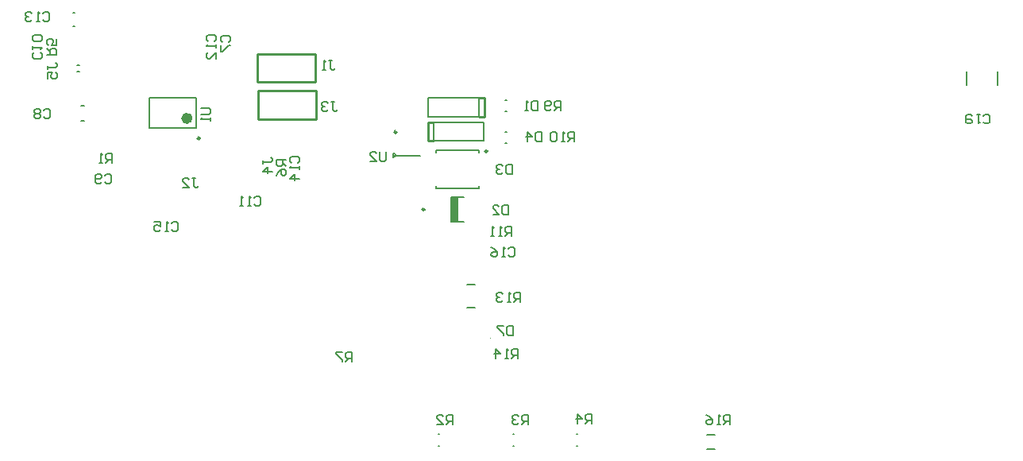
<source format=gbo>
G04 Layer_Color=32896*
%FSLAX24Y24*%
%MOIN*%
G70*
G01*
G75*
%ADD90C,0.0100*%
%ADD91C,0.0079*%
%ADD94C,0.0080*%
%ADD136C,0.0236*%
%ADD137C,0.0098*%
%ADD138C,0.0039*%
%ADD139R,0.0306X0.1024*%
D90*
X60045Y46157D02*
G03*
X60045Y46157I-50J0D01*
G01*
X54230Y46702D02*
X56680D01*
Y47883D01*
X54230D02*
X56680D01*
X54230Y46702D02*
Y47883D01*
X54194Y48265D02*
X56644D01*
Y49446D01*
X54194D02*
X56644D01*
X54194Y48265D02*
Y49446D01*
X61358Y46578D02*
X61589D01*
X61352Y46571D02*
X61358Y46578D01*
X61352Y45784D02*
Y46571D01*
Y45784D02*
X61358Y45790D01*
X61589D01*
X63484Y46801D02*
X63714D01*
X63721Y46807D01*
Y47595D01*
X63714Y47588D02*
X63721Y47595D01*
X63484Y47588D02*
X63714D01*
D91*
X59908Y45082D02*
G03*
X59908Y45269I0J93D01*
G01*
Y45171D02*
X61030D01*
Y45179D01*
X59908D02*
X61030D01*
X59908Y45082D02*
Y45179D01*
Y45171D02*
Y45269D01*
X49668Y46343D02*
Y47603D01*
X51637Y46343D02*
Y47603D01*
X49668D02*
X51637D01*
X49668Y46343D02*
X51637D01*
X73051Y32864D02*
X73406D01*
X73051Y33474D02*
X73406D01*
X63003Y38793D02*
X63318D01*
X63003Y39758D02*
X63318D01*
X64615Y46157D02*
X64654D01*
X64615Y45684D02*
X64654D01*
X64615Y47486D02*
X64654D01*
X64615Y47014D02*
X64654D01*
X67598Y33484D02*
X67638D01*
X67598Y33012D02*
X67638D01*
X64941Y33484D02*
X64980D01*
X64941Y33012D02*
X64980D01*
X61791Y33484D02*
X61831D01*
X61791Y33012D02*
X61831D01*
X46648Y48707D02*
X46727D01*
X46648Y48963D02*
X46727D01*
X63715Y45790D02*
Y46184D01*
X61589Y45790D02*
X63715D01*
X61589D02*
Y46578D01*
X63715D01*
Y46184D02*
Y46578D01*
X61702Y43810D02*
Y43900D01*
X63513Y43810D02*
Y43900D01*
X61702Y45294D02*
Y45384D01*
X63513Y45294D02*
Y45384D01*
X61702Y43810D02*
X63513D01*
X61702Y45384D02*
X63513D01*
X62332Y42396D02*
X62858D01*
X62332Y42396D02*
X62332Y42396D01*
X62332Y43420D02*
X62858D01*
X62332Y42396D02*
Y43420D01*
X61358Y47195D02*
Y47588D01*
X63484D01*
Y46801D02*
Y47588D01*
X61358Y46801D02*
X63484D01*
X61358D02*
Y47195D01*
X83975Y48118D02*
Y48709D01*
X85274Y48118D02*
Y48709D01*
X46462Y51152D02*
X46541D01*
X46462Y50582D02*
X46541D01*
X46802Y46626D02*
X46920D01*
X46802Y47275D02*
X46920D01*
D94*
X84678Y46580D02*
X84744Y46514D01*
X84878D01*
X84944Y46580D01*
Y46847D01*
X84878Y46913D01*
X84744D01*
X84678Y46847D01*
X84545Y46913D02*
X84411D01*
X84478D01*
Y46514D01*
X84545Y46580D01*
X84211Y46847D02*
X84145Y46913D01*
X84011D01*
X83945Y46847D01*
Y46580D01*
X84011Y46514D01*
X84145D01*
X84211Y46580D01*
Y46647D01*
X84145Y46713D01*
X83945D01*
X52739Y49933D02*
X52672Y49999D01*
Y50132D01*
X52739Y50199D01*
X53006D01*
X53072Y50132D01*
Y49999D01*
X53006Y49933D01*
X52672Y49799D02*
Y49533D01*
X52739D01*
X53006Y49799D01*
X53072D01*
X45246Y47077D02*
X45313Y47143D01*
X45446D01*
X45512Y47077D01*
Y46810D01*
X45446Y46743D01*
X45313D01*
X45246Y46810D01*
X45113Y47077D02*
X45046Y47143D01*
X44913D01*
X44846Y47077D01*
Y47010D01*
X44913Y46943D01*
X44846Y46877D01*
Y46810D01*
X44913Y46743D01*
X45046D01*
X45113Y46810D01*
Y46877D01*
X45046Y46943D01*
X45113Y47010D01*
Y47077D01*
X45046Y46943D02*
X44913D01*
X47792Y44319D02*
X47859Y44385D01*
X47992D01*
X48059Y44319D01*
Y44052D01*
X47992Y43985D01*
X47859D01*
X47792Y44052D01*
X47659D02*
X47592Y43985D01*
X47459D01*
X47392Y44052D01*
Y44319D01*
X47459Y44385D01*
X47592D01*
X47659Y44319D01*
Y44252D01*
X47592Y44185D01*
X47392D01*
X45088Y49499D02*
X45154Y49432D01*
Y49299D01*
X45088Y49232D01*
X44821D01*
X44754Y49299D01*
Y49432D01*
X44821Y49499D01*
X44754Y49632D02*
Y49766D01*
Y49699D01*
X45154D01*
X45088Y49632D01*
Y49966D02*
X45154Y50032D01*
Y50165D01*
X45088Y50232D01*
X44821D01*
X44754Y50165D01*
Y50032D01*
X44821Y49966D01*
X45088D01*
X54061Y43386D02*
X54128Y43453D01*
X54261D01*
X54328Y43386D01*
Y43119D01*
X54261Y43053D01*
X54128D01*
X54061Y43119D01*
X53928Y43053D02*
X53794D01*
X53861D01*
Y43453D01*
X53928Y43386D01*
X53594Y43053D02*
X53461D01*
X53528D01*
Y43453D01*
X53594Y43386D01*
X52132Y49968D02*
X52066Y50035D01*
Y50168D01*
X52132Y50235D01*
X52399D01*
X52466Y50168D01*
Y50035D01*
X52399Y49968D01*
X52466Y49835D02*
Y49702D01*
Y49768D01*
X52066D01*
X52132Y49835D01*
X52466Y49235D02*
Y49502D01*
X52199Y49235D01*
X52132D01*
X52066Y49302D01*
Y49435D01*
X52132Y49502D01*
X45196Y51136D02*
X45263Y51202D01*
X45396D01*
X45463Y51136D01*
Y50869D01*
X45396Y50802D01*
X45263D01*
X45196Y50869D01*
X45063Y50802D02*
X44930D01*
X44996D01*
Y51202D01*
X45063Y51136D01*
X44730D02*
X44663Y51202D01*
X44530D01*
X44463Y51136D01*
Y51069D01*
X44530Y51002D01*
X44597D01*
X44530D01*
X44463Y50936D01*
Y50869D01*
X44530Y50802D01*
X44663D01*
X44730Y50869D01*
X55648Y44864D02*
X55581Y44931D01*
Y45064D01*
X55648Y45131D01*
X55914D01*
X55981Y45064D01*
Y44931D01*
X55914Y44864D01*
X55981Y44731D02*
Y44598D01*
Y44665D01*
X55581D01*
X55648Y44731D01*
X55981Y44198D02*
X55581D01*
X55781Y44398D01*
Y44131D01*
X50593Y42323D02*
X50659Y42390D01*
X50793D01*
X50859Y42323D01*
Y42057D01*
X50793Y41990D01*
X50659D01*
X50593Y42057D01*
X50460Y41990D02*
X50326D01*
X50393D01*
Y42390D01*
X50460Y42323D01*
X49860Y42390D02*
X50126D01*
Y42190D01*
X49993Y42257D01*
X49926D01*
X49860Y42190D01*
Y42057D01*
X49926Y41990D01*
X50060D01*
X50126Y42057D01*
X64750Y41274D02*
X64817Y41340D01*
X64950D01*
X65017Y41274D01*
Y41007D01*
X64950Y40940D01*
X64817D01*
X64750Y41007D01*
X64617Y40940D02*
X64483D01*
X64550D01*
Y41340D01*
X64617Y41274D01*
X64017Y41340D02*
X64150Y41274D01*
X64283Y41140D01*
Y41007D01*
X64217Y40940D01*
X64084D01*
X64017Y41007D01*
Y41074D01*
X64084Y41140D01*
X64283D01*
X65963Y47479D02*
Y47080D01*
X65763D01*
X65697Y47146D01*
Y47413D01*
X65763Y47479D01*
X65963D01*
X65563Y47080D02*
X65430D01*
X65497D01*
Y47479D01*
X65563Y47413D01*
X64750Y43110D02*
Y42710D01*
X64550D01*
X64483Y42777D01*
Y43043D01*
X64550Y43110D01*
X64750D01*
X64084Y42710D02*
X64350D01*
X64084Y42977D01*
Y43043D01*
X64150Y43110D01*
X64283D01*
X64350Y43043D01*
X64900Y44810D02*
Y44410D01*
X64700D01*
X64633Y44477D01*
Y44743D01*
X64700Y44810D01*
X64900D01*
X64500Y44743D02*
X64433Y44810D01*
X64300D01*
X64234Y44743D01*
Y44677D01*
X64300Y44610D01*
X64367D01*
X64300D01*
X64234Y44543D01*
Y44477D01*
X64300Y44410D01*
X64433D01*
X64500Y44477D01*
X66136Y46169D02*
Y45769D01*
X65936D01*
X65869Y45836D01*
Y46103D01*
X65936Y46169D01*
X66136D01*
X65536Y45769D02*
Y46169D01*
X65736Y45969D01*
X65469D01*
X57189Y49168D02*
X57322D01*
X57256D01*
Y48835D01*
X57322Y48768D01*
X57389D01*
X57456Y48835D01*
X57056Y48768D02*
X56923D01*
X56989D01*
Y49168D01*
X57056Y49102D01*
X51471Y44227D02*
X51604D01*
X51538D01*
Y43894D01*
X51604Y43828D01*
X51671D01*
X51738Y43894D01*
X51071Y43828D02*
X51338D01*
X51071Y44094D01*
Y44161D01*
X51138Y44227D01*
X51271D01*
X51338Y44161D01*
X57301Y47417D02*
X57434D01*
X57367D01*
Y47084D01*
X57434Y47017D01*
X57501D01*
X57567Y47084D01*
X57167Y47351D02*
X57101Y47417D01*
X56968D01*
X56901Y47351D01*
Y47284D01*
X56968Y47217D01*
X57034D01*
X56968D01*
X56901Y47151D01*
Y47084D01*
X56968Y47017D01*
X57101D01*
X57167Y47084D01*
X54438Y44820D02*
Y44953D01*
Y44886D01*
X54771D01*
X54837Y44953D01*
Y45020D01*
X54771Y45086D01*
X54837Y44486D02*
X54438D01*
X54637Y44686D01*
Y44420D01*
X45408Y48785D02*
Y48919D01*
Y48852D01*
X45742D01*
X45808Y48919D01*
Y48985D01*
X45742Y49052D01*
X45408Y48386D02*
Y48652D01*
X45608D01*
X45542Y48519D01*
Y48452D01*
X45608Y48386D01*
X45742D01*
X45808Y48452D01*
Y48585D01*
X45742Y48652D01*
X48099Y44875D02*
Y45275D01*
X47899D01*
X47832Y45209D01*
Y45075D01*
X47899Y45009D01*
X48099D01*
X47965D02*
X47832Y44875D01*
X47699D02*
X47566D01*
X47632D01*
Y45275D01*
X47699Y45209D01*
X62414Y33908D02*
Y34308D01*
X62214D01*
X62148Y34241D01*
Y34108D01*
X62214Y34041D01*
X62414D01*
X62281D02*
X62148Y33908D01*
X61748D02*
X62014D01*
X61748Y34174D01*
Y34241D01*
X61815Y34308D01*
X61948D01*
X62014Y34241D01*
X65562Y33910D02*
Y34310D01*
X65362D01*
X65295Y34243D01*
Y34110D01*
X65362Y34043D01*
X65562D01*
X65428D02*
X65295Y33910D01*
X65162Y34243D02*
X65095Y34310D01*
X64962D01*
X64895Y34243D01*
Y34176D01*
X64962Y34110D01*
X65028D01*
X64962D01*
X64895Y34043D01*
Y33976D01*
X64962Y33910D01*
X65095D01*
X65162Y33976D01*
X68220Y33917D02*
Y34316D01*
X68020D01*
X67953Y34250D01*
Y34117D01*
X68020Y34050D01*
X68220D01*
X68087D02*
X67953Y33917D01*
X67620D02*
Y34316D01*
X67820Y34117D01*
X67554D01*
X45358Y49407D02*
X45758D01*
Y49607D01*
X45691Y49673D01*
X45558D01*
X45491Y49607D01*
Y49407D01*
Y49540D02*
X45358Y49673D01*
X45758Y50073D02*
Y49807D01*
X45558D01*
X45624Y49940D01*
Y50007D01*
X45558Y50073D01*
X45424D01*
X45358Y50007D01*
Y49873D01*
X45424Y49807D01*
X55392Y45006D02*
X54992D01*
Y44806D01*
X55059Y44740D01*
X55192D01*
X55259Y44806D01*
Y45006D01*
Y44873D02*
X55392Y44740D01*
X54992Y44340D02*
X55059Y44473D01*
X55192Y44606D01*
X55326D01*
X55392Y44540D01*
Y44406D01*
X55326Y44340D01*
X55259D01*
X55192Y44406D01*
Y44606D01*
X58177Y36519D02*
Y36919D01*
X57977D01*
X57911Y36853D01*
Y36719D01*
X57977Y36653D01*
X58177D01*
X58044D02*
X57911Y36519D01*
X57777Y36919D02*
X57511D01*
Y36853D01*
X57777Y36586D01*
Y36519D01*
X66920Y47063D02*
Y47463D01*
X66721D01*
X66654Y47397D01*
Y47263D01*
X66721Y47197D01*
X66920D01*
X66787D02*
X66654Y47063D01*
X66521Y47130D02*
X66454Y47063D01*
X66321D01*
X66254Y47130D01*
Y47397D01*
X66321Y47463D01*
X66454D01*
X66521Y47397D01*
Y47330D01*
X66454Y47263D01*
X66254D01*
X67509Y45751D02*
Y46151D01*
X67309D01*
X67243Y46084D01*
Y45951D01*
X67309Y45884D01*
X67509D01*
X67376D02*
X67243Y45751D01*
X67110D02*
X66976D01*
X67043D01*
Y46151D01*
X67110Y46084D01*
X66776D02*
X66710Y46151D01*
X66576D01*
X66510Y46084D01*
Y45818D01*
X66576Y45751D01*
X66710D01*
X66776Y45818D01*
Y46084D01*
X64865Y41804D02*
Y42204D01*
X64665D01*
X64599Y42137D01*
Y42004D01*
X64665Y41937D01*
X64865D01*
X64732D02*
X64599Y41804D01*
X64466D02*
X64332D01*
X64399D01*
Y42204D01*
X64466Y42137D01*
X64132Y41804D02*
X63999D01*
X64066D01*
Y42204D01*
X64132Y42137D01*
X65219Y39046D02*
Y39446D01*
X65019D01*
X64952Y39380D01*
Y39246D01*
X65019Y39180D01*
X65219D01*
X65086D02*
X64952Y39046D01*
X64819D02*
X64686D01*
X64752D01*
Y39446D01*
X64819Y39380D01*
X64486D02*
X64419Y39446D01*
X64286D01*
X64219Y39380D01*
Y39313D01*
X64286Y39246D01*
X64353D01*
X64286D01*
X64219Y39180D01*
Y39113D01*
X64286Y39046D01*
X64419D01*
X64486Y39113D01*
X65146Y36665D02*
Y37065D01*
X64946D01*
X64879Y36998D01*
Y36865D01*
X64946Y36798D01*
X65146D01*
X65013D02*
X64879Y36665D01*
X64746D02*
X64613D01*
X64679D01*
Y37065D01*
X64746Y36998D01*
X64213Y36665D02*
Y37065D01*
X64413Y36865D01*
X64146D01*
X74045Y33910D02*
Y34310D01*
X73845D01*
X73778Y34244D01*
Y34110D01*
X73845Y34044D01*
X74045D01*
X73912D02*
X73778Y33910D01*
X73645D02*
X73512D01*
X73579D01*
Y34310D01*
X73645Y34244D01*
X73045Y34310D02*
X73179Y34244D01*
X73312Y34110D01*
Y33977D01*
X73245Y33910D01*
X73112D01*
X73045Y33977D01*
Y34044D01*
X73112Y34110D01*
X73312D01*
X51827Y47170D02*
X52161D01*
X52227Y47103D01*
Y46970D01*
X52161Y46903D01*
X51827D01*
X52227Y46770D02*
Y46637D01*
Y46703D01*
X51827D01*
X51894Y46770D01*
X59600Y45344D02*
Y45010D01*
X59534Y44944D01*
X59400D01*
X59334Y45010D01*
Y45344D01*
X58934Y44944D02*
X59200D01*
X58934Y45210D01*
Y45277D01*
X59000Y45344D01*
X59134D01*
X59200Y45277D01*
X64940Y38031D02*
Y37631D01*
X64740D01*
X64673Y37698D01*
Y37964D01*
X64740Y38031D01*
X64940D01*
X64540D02*
X64273D01*
Y37964D01*
X64540Y37698D01*
Y37631D01*
D136*
X51361Y46737D02*
G03*
X51361Y46737I-118J0D01*
G01*
D137*
X51786Y45900D02*
G03*
X51786Y45900I-49J0D01*
G01*
X63853Y45353D02*
G03*
X63853Y45353I-49J0D01*
G01*
X61220Y42908D02*
G03*
X61220Y42908I-49J0D01*
G01*
D138*
X63990Y37524D02*
G03*
X63990Y37524I-20J0D01*
G01*
D139*
X62494Y42908D02*
D03*
M02*

</source>
